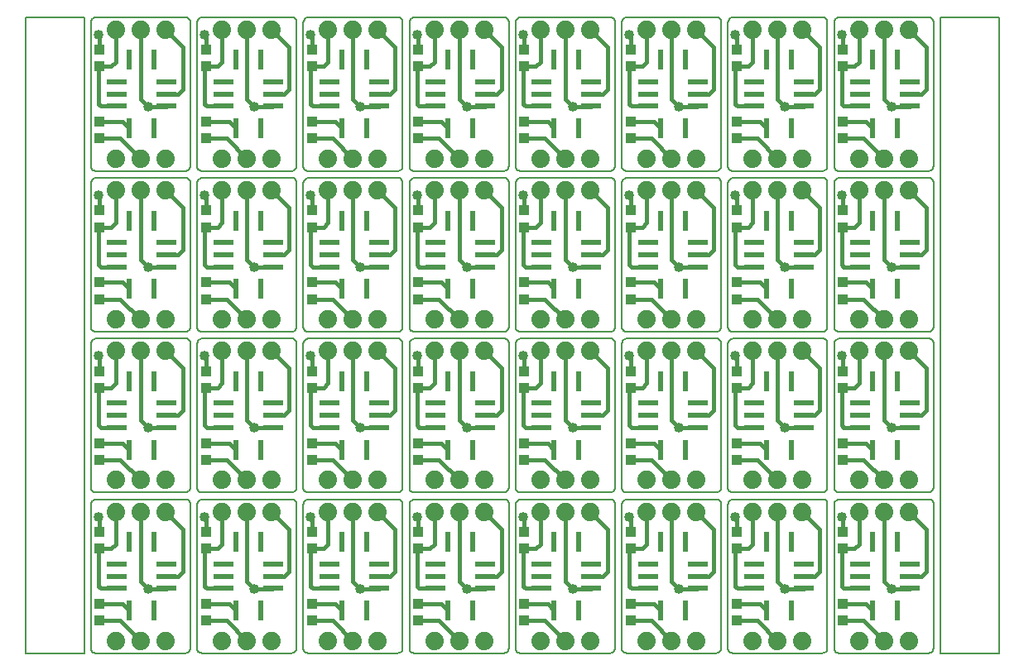
<source format=gtl>
G75*
%MOIN*%
%OFA0B0*%
%FSLAX24Y24*%
%IPPOS*%
%LPD*%
%AMOC8*
5,1,8,0,0,1.08239X$1,22.5*
%
%ADD10C,0.0080*%
%ADD11R,0.0394X0.0433*%
%ADD12C,0.0740*%
%ADD13R,0.0787X0.0236*%
%ADD14R,0.0236X0.0787*%
%ADD15C,0.0160*%
%ADD16C,0.0400*%
D10*
X000140Y000140D02*
X002502Y000140D01*
X002502Y025767D01*
X000140Y025767D01*
X000140Y000140D01*
X002778Y000323D02*
X002778Y006116D01*
X002777Y006116D02*
X002779Y006143D01*
X002784Y006170D01*
X002792Y006195D01*
X002803Y006220D01*
X002817Y006243D01*
X002833Y006265D01*
X002852Y006284D01*
X002874Y006300D01*
X002897Y006314D01*
X002922Y006325D01*
X002947Y006333D01*
X002974Y006338D01*
X003001Y006340D01*
X006595Y006340D01*
X006621Y006338D01*
X006647Y006333D01*
X006671Y006323D01*
X006694Y006311D01*
X006715Y006295D01*
X006733Y006277D01*
X006749Y006256D01*
X006761Y006233D01*
X006771Y006209D01*
X006776Y006183D01*
X006778Y006157D01*
X006778Y000340D01*
X006776Y000314D01*
X006771Y000288D01*
X006763Y000263D01*
X006751Y000240D01*
X006737Y000218D01*
X006719Y000199D01*
X006700Y000181D01*
X006678Y000167D01*
X006655Y000155D01*
X006630Y000147D01*
X006604Y000142D01*
X006578Y000140D01*
X002961Y000140D01*
X002935Y000142D01*
X002909Y000147D01*
X002885Y000157D01*
X002862Y000169D01*
X002841Y000185D01*
X002823Y000203D01*
X002807Y000224D01*
X002795Y000247D01*
X002785Y000271D01*
X002780Y000297D01*
X002778Y000323D01*
X007053Y000323D02*
X007053Y006116D01*
X007055Y006143D01*
X007060Y006170D01*
X007068Y006195D01*
X007079Y006220D01*
X007093Y006243D01*
X007109Y006265D01*
X007128Y006284D01*
X007150Y006300D01*
X007173Y006314D01*
X007198Y006325D01*
X007223Y006333D01*
X007250Y006338D01*
X007277Y006340D01*
X010871Y006340D01*
X010897Y006338D01*
X010923Y006333D01*
X010947Y006323D01*
X010970Y006311D01*
X010991Y006295D01*
X011009Y006277D01*
X011025Y006256D01*
X011037Y006233D01*
X011047Y006209D01*
X011052Y006183D01*
X011054Y006157D01*
X011053Y006157D02*
X011053Y000340D01*
X011051Y000314D01*
X011046Y000288D01*
X011038Y000263D01*
X011026Y000240D01*
X011012Y000218D01*
X010994Y000199D01*
X010975Y000181D01*
X010953Y000167D01*
X010930Y000155D01*
X010905Y000147D01*
X010879Y000142D01*
X010853Y000140D01*
X007236Y000140D01*
X007210Y000142D01*
X007184Y000147D01*
X007160Y000157D01*
X007137Y000169D01*
X007116Y000185D01*
X007098Y000203D01*
X007082Y000224D01*
X007070Y000247D01*
X007060Y000271D01*
X007055Y000297D01*
X007053Y000323D01*
X011329Y000323D02*
X011329Y006116D01*
X011331Y006143D01*
X011336Y006170D01*
X011344Y006195D01*
X011355Y006220D01*
X011369Y006243D01*
X011385Y006265D01*
X011404Y006284D01*
X011426Y006300D01*
X011449Y006314D01*
X011474Y006325D01*
X011499Y006333D01*
X011526Y006338D01*
X011553Y006340D01*
X015146Y006340D01*
X015172Y006338D01*
X015198Y006333D01*
X015222Y006323D01*
X015245Y006311D01*
X015266Y006295D01*
X015284Y006277D01*
X015300Y006256D01*
X015312Y006233D01*
X015322Y006209D01*
X015327Y006183D01*
X015329Y006157D01*
X015329Y000340D01*
X015327Y000314D01*
X015322Y000288D01*
X015314Y000263D01*
X015302Y000240D01*
X015288Y000218D01*
X015270Y000199D01*
X015251Y000181D01*
X015229Y000167D01*
X015206Y000155D01*
X015181Y000147D01*
X015155Y000142D01*
X015129Y000140D01*
X011512Y000140D01*
X011486Y000142D01*
X011460Y000147D01*
X011436Y000157D01*
X011413Y000169D01*
X011392Y000185D01*
X011374Y000203D01*
X011358Y000224D01*
X011346Y000247D01*
X011336Y000271D01*
X011331Y000297D01*
X011329Y000323D01*
X015605Y000323D02*
X015605Y006116D01*
X015604Y006116D02*
X015606Y006143D01*
X015611Y006170D01*
X015619Y006195D01*
X015630Y006220D01*
X015644Y006243D01*
X015660Y006265D01*
X015679Y006284D01*
X015701Y006300D01*
X015724Y006314D01*
X015749Y006325D01*
X015774Y006333D01*
X015801Y006338D01*
X015828Y006340D01*
X019422Y006340D01*
X019448Y006338D01*
X019474Y006333D01*
X019498Y006323D01*
X019521Y006311D01*
X019542Y006295D01*
X019560Y006277D01*
X019576Y006256D01*
X019588Y006233D01*
X019598Y006209D01*
X019603Y006183D01*
X019605Y006157D01*
X019605Y000340D01*
X019603Y000314D01*
X019598Y000288D01*
X019590Y000263D01*
X019578Y000240D01*
X019564Y000218D01*
X019546Y000199D01*
X019527Y000181D01*
X019505Y000167D01*
X019482Y000155D01*
X019457Y000147D01*
X019431Y000142D01*
X019405Y000140D01*
X015787Y000140D01*
X015761Y000142D01*
X015735Y000147D01*
X015711Y000157D01*
X015688Y000169D01*
X015667Y000185D01*
X015649Y000203D01*
X015633Y000224D01*
X015621Y000247D01*
X015611Y000271D01*
X015606Y000297D01*
X015604Y000323D01*
X019880Y000323D02*
X019880Y006116D01*
X019882Y006143D01*
X019887Y006170D01*
X019895Y006195D01*
X019906Y006220D01*
X019920Y006243D01*
X019936Y006265D01*
X019955Y006284D01*
X019977Y006300D01*
X020000Y006314D01*
X020025Y006325D01*
X020050Y006333D01*
X020077Y006338D01*
X020104Y006340D01*
X023697Y006340D01*
X023723Y006338D01*
X023749Y006333D01*
X023773Y006323D01*
X023796Y006311D01*
X023817Y006295D01*
X023835Y006277D01*
X023851Y006256D01*
X023863Y006233D01*
X023873Y006209D01*
X023878Y006183D01*
X023880Y006157D01*
X023880Y000340D01*
X023878Y000314D01*
X023873Y000288D01*
X023865Y000263D01*
X023853Y000240D01*
X023839Y000218D01*
X023821Y000199D01*
X023802Y000181D01*
X023780Y000167D01*
X023757Y000155D01*
X023732Y000147D01*
X023706Y000142D01*
X023680Y000140D01*
X020063Y000140D01*
X020037Y000142D01*
X020011Y000147D01*
X019987Y000157D01*
X019964Y000169D01*
X019943Y000185D01*
X019925Y000203D01*
X019909Y000224D01*
X019897Y000247D01*
X019887Y000271D01*
X019882Y000297D01*
X019880Y000323D01*
X024156Y000323D02*
X024156Y006116D01*
X024155Y006116D02*
X024157Y006143D01*
X024162Y006170D01*
X024170Y006195D01*
X024181Y006220D01*
X024195Y006243D01*
X024211Y006265D01*
X024230Y006284D01*
X024252Y006300D01*
X024275Y006314D01*
X024300Y006325D01*
X024325Y006333D01*
X024352Y006338D01*
X024379Y006340D01*
X027973Y006340D01*
X027999Y006338D01*
X028025Y006333D01*
X028049Y006323D01*
X028072Y006311D01*
X028093Y006295D01*
X028111Y006277D01*
X028127Y006256D01*
X028139Y006233D01*
X028149Y006209D01*
X028154Y006183D01*
X028156Y006157D01*
X028156Y000340D01*
X028154Y000314D01*
X028149Y000288D01*
X028141Y000263D01*
X028129Y000240D01*
X028115Y000218D01*
X028097Y000199D01*
X028078Y000181D01*
X028056Y000167D01*
X028033Y000155D01*
X028008Y000147D01*
X027982Y000142D01*
X027956Y000140D01*
X024339Y000140D01*
X024313Y000142D01*
X024287Y000147D01*
X024263Y000157D01*
X024240Y000169D01*
X024219Y000185D01*
X024201Y000203D01*
X024185Y000224D01*
X024173Y000247D01*
X024163Y000271D01*
X024158Y000297D01*
X024156Y000323D01*
X028431Y000323D02*
X028431Y006116D01*
X028433Y006143D01*
X028438Y006170D01*
X028446Y006195D01*
X028457Y006220D01*
X028471Y006243D01*
X028487Y006265D01*
X028506Y006284D01*
X028528Y006300D01*
X028551Y006314D01*
X028576Y006325D01*
X028601Y006333D01*
X028628Y006338D01*
X028655Y006340D01*
X032248Y006340D01*
X032274Y006338D01*
X032300Y006333D01*
X032324Y006323D01*
X032347Y006311D01*
X032368Y006295D01*
X032386Y006277D01*
X032402Y006256D01*
X032414Y006233D01*
X032424Y006209D01*
X032429Y006183D01*
X032431Y006157D01*
X032431Y000340D01*
X032429Y000314D01*
X032424Y000288D01*
X032416Y000263D01*
X032404Y000240D01*
X032390Y000218D01*
X032372Y000199D01*
X032353Y000181D01*
X032331Y000167D01*
X032308Y000155D01*
X032283Y000147D01*
X032257Y000142D01*
X032231Y000140D01*
X028614Y000140D01*
X028588Y000142D01*
X028562Y000147D01*
X028538Y000157D01*
X028515Y000169D01*
X028494Y000185D01*
X028476Y000203D01*
X028460Y000224D01*
X028448Y000247D01*
X028438Y000271D01*
X028433Y000297D01*
X028431Y000323D01*
X032707Y000323D02*
X032707Y006116D01*
X032709Y006143D01*
X032714Y006170D01*
X032722Y006195D01*
X032733Y006220D01*
X032747Y006243D01*
X032763Y006265D01*
X032782Y006284D01*
X032804Y006300D01*
X032827Y006314D01*
X032852Y006325D01*
X032877Y006333D01*
X032904Y006338D01*
X032931Y006340D01*
X036524Y006340D01*
X036550Y006338D01*
X036576Y006333D01*
X036600Y006323D01*
X036623Y006311D01*
X036644Y006295D01*
X036662Y006277D01*
X036678Y006256D01*
X036690Y006233D01*
X036700Y006209D01*
X036705Y006183D01*
X036707Y006157D01*
X036707Y000340D01*
X036705Y000314D01*
X036700Y000288D01*
X036692Y000263D01*
X036680Y000240D01*
X036666Y000218D01*
X036648Y000199D01*
X036629Y000181D01*
X036607Y000167D01*
X036584Y000155D01*
X036559Y000147D01*
X036533Y000142D01*
X036507Y000140D01*
X032890Y000140D01*
X032864Y000142D01*
X032838Y000147D01*
X032814Y000157D01*
X032791Y000169D01*
X032770Y000185D01*
X032752Y000203D01*
X032736Y000224D01*
X032724Y000247D01*
X032714Y000271D01*
X032709Y000297D01*
X032707Y000323D01*
X036983Y000140D02*
X039345Y000140D01*
X039345Y025767D01*
X036983Y025767D01*
X036983Y000140D01*
X036507Y006616D02*
X032890Y006616D01*
X032890Y006615D02*
X032864Y006617D01*
X032838Y006622D01*
X032814Y006632D01*
X032791Y006644D01*
X032770Y006660D01*
X032752Y006678D01*
X032736Y006699D01*
X032724Y006722D01*
X032714Y006746D01*
X032709Y006772D01*
X032707Y006798D01*
X032707Y012592D01*
X032709Y012619D01*
X032714Y012646D01*
X032722Y012671D01*
X032733Y012696D01*
X032747Y012719D01*
X032763Y012741D01*
X032782Y012760D01*
X032804Y012776D01*
X032827Y012790D01*
X032852Y012801D01*
X032877Y012809D01*
X032904Y012814D01*
X032931Y012816D01*
X036524Y012816D01*
X036550Y012814D01*
X036576Y012809D01*
X036600Y012799D01*
X036623Y012787D01*
X036644Y012771D01*
X036662Y012753D01*
X036678Y012732D01*
X036690Y012709D01*
X036700Y012685D01*
X036705Y012659D01*
X036707Y012633D01*
X036707Y006816D01*
X036705Y006790D01*
X036700Y006764D01*
X036692Y006739D01*
X036680Y006716D01*
X036666Y006694D01*
X036648Y006675D01*
X036629Y006657D01*
X036607Y006643D01*
X036584Y006631D01*
X036559Y006623D01*
X036533Y006618D01*
X036507Y006616D01*
X032431Y006816D02*
X032431Y012633D01*
X032429Y012659D01*
X032424Y012685D01*
X032414Y012709D01*
X032402Y012732D01*
X032386Y012753D01*
X032368Y012771D01*
X032347Y012787D01*
X032324Y012799D01*
X032300Y012809D01*
X032274Y012814D01*
X032248Y012816D01*
X028655Y012816D01*
X028628Y012814D01*
X028601Y012809D01*
X028576Y012801D01*
X028551Y012790D01*
X028528Y012776D01*
X028506Y012760D01*
X028487Y012741D01*
X028471Y012719D01*
X028457Y012696D01*
X028446Y012671D01*
X028438Y012646D01*
X028433Y012619D01*
X028431Y012592D01*
X028431Y006798D01*
X028433Y006772D01*
X028438Y006746D01*
X028448Y006722D01*
X028460Y006699D01*
X028476Y006678D01*
X028494Y006660D01*
X028515Y006644D01*
X028538Y006632D01*
X028562Y006622D01*
X028588Y006617D01*
X028614Y006615D01*
X028614Y006616D02*
X032231Y006616D01*
X032257Y006618D01*
X032283Y006623D01*
X032308Y006631D01*
X032331Y006643D01*
X032353Y006657D01*
X032372Y006675D01*
X032390Y006694D01*
X032404Y006716D01*
X032416Y006739D01*
X032424Y006764D01*
X032429Y006790D01*
X032431Y006816D01*
X028156Y006816D02*
X028156Y012633D01*
X028154Y012659D01*
X028149Y012685D01*
X028139Y012709D01*
X028127Y012732D01*
X028111Y012753D01*
X028093Y012771D01*
X028072Y012787D01*
X028049Y012799D01*
X028025Y012809D01*
X027999Y012814D01*
X027973Y012816D01*
X024379Y012816D01*
X024352Y012814D01*
X024325Y012809D01*
X024300Y012801D01*
X024275Y012790D01*
X024252Y012776D01*
X024230Y012760D01*
X024211Y012741D01*
X024195Y012719D01*
X024181Y012696D01*
X024170Y012671D01*
X024162Y012646D01*
X024157Y012619D01*
X024155Y012592D01*
X024156Y012592D02*
X024156Y006798D01*
X024158Y006772D01*
X024163Y006746D01*
X024173Y006722D01*
X024185Y006699D01*
X024201Y006678D01*
X024219Y006660D01*
X024240Y006644D01*
X024263Y006632D01*
X024287Y006622D01*
X024313Y006617D01*
X024339Y006615D01*
X024339Y006616D02*
X027956Y006616D01*
X027982Y006618D01*
X028008Y006623D01*
X028033Y006631D01*
X028056Y006643D01*
X028078Y006657D01*
X028097Y006675D01*
X028115Y006694D01*
X028129Y006716D01*
X028141Y006739D01*
X028149Y006764D01*
X028154Y006790D01*
X028156Y006816D01*
X023880Y006816D02*
X023880Y012633D01*
X023878Y012659D01*
X023873Y012685D01*
X023863Y012709D01*
X023851Y012732D01*
X023835Y012753D01*
X023817Y012771D01*
X023796Y012787D01*
X023773Y012799D01*
X023749Y012809D01*
X023723Y012814D01*
X023697Y012816D01*
X020104Y012816D01*
X020077Y012814D01*
X020050Y012809D01*
X020025Y012801D01*
X020000Y012790D01*
X019977Y012776D01*
X019955Y012760D01*
X019936Y012741D01*
X019920Y012719D01*
X019906Y012696D01*
X019895Y012671D01*
X019887Y012646D01*
X019882Y012619D01*
X019880Y012592D01*
X019880Y006798D01*
X019882Y006772D01*
X019887Y006746D01*
X019897Y006722D01*
X019909Y006699D01*
X019925Y006678D01*
X019943Y006660D01*
X019964Y006644D01*
X019987Y006632D01*
X020011Y006622D01*
X020037Y006617D01*
X020063Y006615D01*
X020063Y006616D02*
X023680Y006616D01*
X023706Y006618D01*
X023732Y006623D01*
X023757Y006631D01*
X023780Y006643D01*
X023802Y006657D01*
X023821Y006675D01*
X023839Y006694D01*
X023853Y006716D01*
X023865Y006739D01*
X023873Y006764D01*
X023878Y006790D01*
X023880Y006816D01*
X019605Y006816D02*
X019605Y012633D01*
X019603Y012659D01*
X019598Y012685D01*
X019588Y012709D01*
X019576Y012732D01*
X019560Y012753D01*
X019542Y012771D01*
X019521Y012787D01*
X019498Y012799D01*
X019474Y012809D01*
X019448Y012814D01*
X019422Y012816D01*
X015828Y012816D01*
X015801Y012814D01*
X015774Y012809D01*
X015749Y012801D01*
X015724Y012790D01*
X015701Y012776D01*
X015679Y012760D01*
X015660Y012741D01*
X015644Y012719D01*
X015630Y012696D01*
X015619Y012671D01*
X015611Y012646D01*
X015606Y012619D01*
X015604Y012592D01*
X015605Y012592D02*
X015605Y006798D01*
X015604Y006798D02*
X015606Y006772D01*
X015611Y006746D01*
X015621Y006722D01*
X015633Y006699D01*
X015649Y006678D01*
X015667Y006660D01*
X015688Y006644D01*
X015711Y006632D01*
X015735Y006622D01*
X015761Y006617D01*
X015787Y006615D01*
X015787Y006616D02*
X019405Y006616D01*
X019431Y006618D01*
X019457Y006623D01*
X019482Y006631D01*
X019505Y006643D01*
X019527Y006657D01*
X019546Y006675D01*
X019564Y006694D01*
X019578Y006716D01*
X019590Y006739D01*
X019598Y006764D01*
X019603Y006790D01*
X019605Y006816D01*
X015329Y006816D02*
X015329Y012633D01*
X015327Y012659D01*
X015322Y012685D01*
X015312Y012709D01*
X015300Y012732D01*
X015284Y012753D01*
X015266Y012771D01*
X015245Y012787D01*
X015222Y012799D01*
X015198Y012809D01*
X015172Y012814D01*
X015146Y012816D01*
X011553Y012816D01*
X011526Y012814D01*
X011499Y012809D01*
X011474Y012801D01*
X011449Y012790D01*
X011426Y012776D01*
X011404Y012760D01*
X011385Y012741D01*
X011369Y012719D01*
X011355Y012696D01*
X011344Y012671D01*
X011336Y012646D01*
X011331Y012619D01*
X011329Y012592D01*
X011329Y006798D01*
X011331Y006772D01*
X011336Y006746D01*
X011346Y006722D01*
X011358Y006699D01*
X011374Y006678D01*
X011392Y006660D01*
X011413Y006644D01*
X011436Y006632D01*
X011460Y006622D01*
X011486Y006617D01*
X011512Y006615D01*
X011512Y006616D02*
X015129Y006616D01*
X015155Y006618D01*
X015181Y006623D01*
X015206Y006631D01*
X015229Y006643D01*
X015251Y006657D01*
X015270Y006675D01*
X015288Y006694D01*
X015302Y006716D01*
X015314Y006739D01*
X015322Y006764D01*
X015327Y006790D01*
X015329Y006816D01*
X011053Y006816D02*
X011053Y012633D01*
X011054Y012633D02*
X011052Y012659D01*
X011047Y012685D01*
X011037Y012709D01*
X011025Y012732D01*
X011009Y012753D01*
X010991Y012771D01*
X010970Y012787D01*
X010947Y012799D01*
X010923Y012809D01*
X010897Y012814D01*
X010871Y012816D01*
X007277Y012816D01*
X007250Y012814D01*
X007223Y012809D01*
X007198Y012801D01*
X007173Y012790D01*
X007150Y012776D01*
X007128Y012760D01*
X007109Y012741D01*
X007093Y012719D01*
X007079Y012696D01*
X007068Y012671D01*
X007060Y012646D01*
X007055Y012619D01*
X007053Y012592D01*
X007053Y006798D01*
X007055Y006772D01*
X007060Y006746D01*
X007070Y006722D01*
X007082Y006699D01*
X007098Y006678D01*
X007116Y006660D01*
X007137Y006644D01*
X007160Y006632D01*
X007184Y006622D01*
X007210Y006617D01*
X007236Y006615D01*
X007236Y006616D02*
X010853Y006616D01*
X010879Y006618D01*
X010905Y006623D01*
X010930Y006631D01*
X010953Y006643D01*
X010975Y006657D01*
X010994Y006675D01*
X011012Y006694D01*
X011026Y006716D01*
X011038Y006739D01*
X011046Y006764D01*
X011051Y006790D01*
X011053Y006816D01*
X006778Y006816D02*
X006778Y012633D01*
X006776Y012659D01*
X006771Y012685D01*
X006761Y012709D01*
X006749Y012732D01*
X006733Y012753D01*
X006715Y012771D01*
X006694Y012787D01*
X006671Y012799D01*
X006647Y012809D01*
X006621Y012814D01*
X006595Y012816D01*
X003001Y012816D01*
X002974Y012814D01*
X002947Y012809D01*
X002922Y012801D01*
X002897Y012790D01*
X002874Y012776D01*
X002852Y012760D01*
X002833Y012741D01*
X002817Y012719D01*
X002803Y012696D01*
X002792Y012671D01*
X002784Y012646D01*
X002779Y012619D01*
X002777Y012592D01*
X002778Y012592D02*
X002778Y006798D01*
X002780Y006772D01*
X002785Y006746D01*
X002795Y006722D01*
X002807Y006699D01*
X002823Y006678D01*
X002841Y006660D01*
X002862Y006644D01*
X002885Y006632D01*
X002909Y006622D01*
X002935Y006617D01*
X002961Y006615D01*
X002961Y006616D02*
X006578Y006616D01*
X006604Y006618D01*
X006630Y006623D01*
X006655Y006631D01*
X006678Y006643D01*
X006700Y006657D01*
X006719Y006675D01*
X006737Y006694D01*
X006751Y006716D01*
X006763Y006739D01*
X006771Y006764D01*
X006776Y006790D01*
X006778Y006816D01*
X006578Y013091D02*
X002961Y013091D01*
X002935Y013093D01*
X002909Y013098D01*
X002885Y013108D01*
X002862Y013120D01*
X002841Y013136D01*
X002823Y013154D01*
X002807Y013175D01*
X002795Y013198D01*
X002785Y013222D01*
X002780Y013248D01*
X002778Y013274D01*
X002778Y019068D01*
X002777Y019068D02*
X002779Y019095D01*
X002784Y019122D01*
X002792Y019147D01*
X002803Y019172D01*
X002817Y019195D01*
X002833Y019217D01*
X002852Y019236D01*
X002874Y019252D01*
X002897Y019266D01*
X002922Y019277D01*
X002947Y019285D01*
X002974Y019290D01*
X003001Y019292D01*
X003001Y019291D02*
X006595Y019291D01*
X006621Y019289D01*
X006647Y019284D01*
X006671Y019274D01*
X006694Y019262D01*
X006715Y019246D01*
X006733Y019228D01*
X006749Y019207D01*
X006761Y019184D01*
X006771Y019160D01*
X006776Y019134D01*
X006778Y019108D01*
X006778Y013291D01*
X006776Y013265D01*
X006771Y013239D01*
X006763Y013214D01*
X006751Y013191D01*
X006737Y013169D01*
X006719Y013150D01*
X006700Y013132D01*
X006678Y013118D01*
X006655Y013106D01*
X006630Y013098D01*
X006604Y013093D01*
X006578Y013091D01*
X007053Y013274D02*
X007053Y019068D01*
X007055Y019095D01*
X007060Y019122D01*
X007068Y019147D01*
X007079Y019172D01*
X007093Y019195D01*
X007109Y019217D01*
X007128Y019236D01*
X007150Y019252D01*
X007173Y019266D01*
X007198Y019277D01*
X007223Y019285D01*
X007250Y019290D01*
X007277Y019292D01*
X007277Y019291D02*
X010871Y019291D01*
X010897Y019289D01*
X010923Y019284D01*
X010947Y019274D01*
X010970Y019262D01*
X010991Y019246D01*
X011009Y019228D01*
X011025Y019207D01*
X011037Y019184D01*
X011047Y019160D01*
X011052Y019134D01*
X011054Y019108D01*
X011053Y019108D02*
X011053Y013291D01*
X011051Y013265D01*
X011046Y013239D01*
X011038Y013214D01*
X011026Y013191D01*
X011012Y013169D01*
X010994Y013150D01*
X010975Y013132D01*
X010953Y013118D01*
X010930Y013106D01*
X010905Y013098D01*
X010879Y013093D01*
X010853Y013091D01*
X007236Y013091D01*
X007210Y013093D01*
X007184Y013098D01*
X007160Y013108D01*
X007137Y013120D01*
X007116Y013136D01*
X007098Y013154D01*
X007082Y013175D01*
X007070Y013198D01*
X007060Y013222D01*
X007055Y013248D01*
X007053Y013274D01*
X011329Y013274D02*
X011329Y019068D01*
X011331Y019095D01*
X011336Y019122D01*
X011344Y019147D01*
X011355Y019172D01*
X011369Y019195D01*
X011385Y019217D01*
X011404Y019236D01*
X011426Y019252D01*
X011449Y019266D01*
X011474Y019277D01*
X011499Y019285D01*
X011526Y019290D01*
X011553Y019292D01*
X011553Y019291D02*
X015146Y019291D01*
X015172Y019289D01*
X015198Y019284D01*
X015222Y019274D01*
X015245Y019262D01*
X015266Y019246D01*
X015284Y019228D01*
X015300Y019207D01*
X015312Y019184D01*
X015322Y019160D01*
X015327Y019134D01*
X015329Y019108D01*
X015329Y013291D01*
X015327Y013265D01*
X015322Y013239D01*
X015314Y013214D01*
X015302Y013191D01*
X015288Y013169D01*
X015270Y013150D01*
X015251Y013132D01*
X015229Y013118D01*
X015206Y013106D01*
X015181Y013098D01*
X015155Y013093D01*
X015129Y013091D01*
X011512Y013091D01*
X011486Y013093D01*
X011460Y013098D01*
X011436Y013108D01*
X011413Y013120D01*
X011392Y013136D01*
X011374Y013154D01*
X011358Y013175D01*
X011346Y013198D01*
X011336Y013222D01*
X011331Y013248D01*
X011329Y013274D01*
X015605Y013274D02*
X015605Y019068D01*
X015604Y019068D02*
X015606Y019095D01*
X015611Y019122D01*
X015619Y019147D01*
X015630Y019172D01*
X015644Y019195D01*
X015660Y019217D01*
X015679Y019236D01*
X015701Y019252D01*
X015724Y019266D01*
X015749Y019277D01*
X015774Y019285D01*
X015801Y019290D01*
X015828Y019292D01*
X015828Y019291D02*
X019422Y019291D01*
X019448Y019289D01*
X019474Y019284D01*
X019498Y019274D01*
X019521Y019262D01*
X019542Y019246D01*
X019560Y019228D01*
X019576Y019207D01*
X019588Y019184D01*
X019598Y019160D01*
X019603Y019134D01*
X019605Y019108D01*
X019605Y013291D01*
X019603Y013265D01*
X019598Y013239D01*
X019590Y013214D01*
X019578Y013191D01*
X019564Y013169D01*
X019546Y013150D01*
X019527Y013132D01*
X019505Y013118D01*
X019482Y013106D01*
X019457Y013098D01*
X019431Y013093D01*
X019405Y013091D01*
X015787Y013091D01*
X015761Y013093D01*
X015735Y013098D01*
X015711Y013108D01*
X015688Y013120D01*
X015667Y013136D01*
X015649Y013154D01*
X015633Y013175D01*
X015621Y013198D01*
X015611Y013222D01*
X015606Y013248D01*
X015604Y013274D01*
X019880Y013274D02*
X019880Y019068D01*
X019882Y019095D01*
X019887Y019122D01*
X019895Y019147D01*
X019906Y019172D01*
X019920Y019195D01*
X019936Y019217D01*
X019955Y019236D01*
X019977Y019252D01*
X020000Y019266D01*
X020025Y019277D01*
X020050Y019285D01*
X020077Y019290D01*
X020104Y019292D01*
X020104Y019291D02*
X023697Y019291D01*
X023723Y019289D01*
X023749Y019284D01*
X023773Y019274D01*
X023796Y019262D01*
X023817Y019246D01*
X023835Y019228D01*
X023851Y019207D01*
X023863Y019184D01*
X023873Y019160D01*
X023878Y019134D01*
X023880Y019108D01*
X023880Y013291D01*
X023878Y013265D01*
X023873Y013239D01*
X023865Y013214D01*
X023853Y013191D01*
X023839Y013169D01*
X023821Y013150D01*
X023802Y013132D01*
X023780Y013118D01*
X023757Y013106D01*
X023732Y013098D01*
X023706Y013093D01*
X023680Y013091D01*
X020063Y013091D01*
X020037Y013093D01*
X020011Y013098D01*
X019987Y013108D01*
X019964Y013120D01*
X019943Y013136D01*
X019925Y013154D01*
X019909Y013175D01*
X019897Y013198D01*
X019887Y013222D01*
X019882Y013248D01*
X019880Y013274D01*
X024156Y013274D02*
X024156Y019068D01*
X024155Y019068D02*
X024157Y019095D01*
X024162Y019122D01*
X024170Y019147D01*
X024181Y019172D01*
X024195Y019195D01*
X024211Y019217D01*
X024230Y019236D01*
X024252Y019252D01*
X024275Y019266D01*
X024300Y019277D01*
X024325Y019285D01*
X024352Y019290D01*
X024379Y019292D01*
X024379Y019291D02*
X027973Y019291D01*
X027999Y019289D01*
X028025Y019284D01*
X028049Y019274D01*
X028072Y019262D01*
X028093Y019246D01*
X028111Y019228D01*
X028127Y019207D01*
X028139Y019184D01*
X028149Y019160D01*
X028154Y019134D01*
X028156Y019108D01*
X028156Y013291D01*
X028154Y013265D01*
X028149Y013239D01*
X028141Y013214D01*
X028129Y013191D01*
X028115Y013169D01*
X028097Y013150D01*
X028078Y013132D01*
X028056Y013118D01*
X028033Y013106D01*
X028008Y013098D01*
X027982Y013093D01*
X027956Y013091D01*
X024339Y013091D01*
X024313Y013093D01*
X024287Y013098D01*
X024263Y013108D01*
X024240Y013120D01*
X024219Y013136D01*
X024201Y013154D01*
X024185Y013175D01*
X024173Y013198D01*
X024163Y013222D01*
X024158Y013248D01*
X024156Y013274D01*
X028431Y013274D02*
X028431Y019068D01*
X028433Y019095D01*
X028438Y019122D01*
X028446Y019147D01*
X028457Y019172D01*
X028471Y019195D01*
X028487Y019217D01*
X028506Y019236D01*
X028528Y019252D01*
X028551Y019266D01*
X028576Y019277D01*
X028601Y019285D01*
X028628Y019290D01*
X028655Y019292D01*
X028655Y019291D02*
X032248Y019291D01*
X032274Y019289D01*
X032300Y019284D01*
X032324Y019274D01*
X032347Y019262D01*
X032368Y019246D01*
X032386Y019228D01*
X032402Y019207D01*
X032414Y019184D01*
X032424Y019160D01*
X032429Y019134D01*
X032431Y019108D01*
X032431Y013291D01*
X032429Y013265D01*
X032424Y013239D01*
X032416Y013214D01*
X032404Y013191D01*
X032390Y013169D01*
X032372Y013150D01*
X032353Y013132D01*
X032331Y013118D01*
X032308Y013106D01*
X032283Y013098D01*
X032257Y013093D01*
X032231Y013091D01*
X028614Y013091D01*
X028588Y013093D01*
X028562Y013098D01*
X028538Y013108D01*
X028515Y013120D01*
X028494Y013136D01*
X028476Y013154D01*
X028460Y013175D01*
X028448Y013198D01*
X028438Y013222D01*
X028433Y013248D01*
X028431Y013274D01*
X032707Y013274D02*
X032707Y019068D01*
X032709Y019095D01*
X032714Y019122D01*
X032722Y019147D01*
X032733Y019172D01*
X032747Y019195D01*
X032763Y019217D01*
X032782Y019236D01*
X032804Y019252D01*
X032827Y019266D01*
X032852Y019277D01*
X032877Y019285D01*
X032904Y019290D01*
X032931Y019292D01*
X032931Y019291D02*
X036524Y019291D01*
X036550Y019289D01*
X036576Y019284D01*
X036600Y019274D01*
X036623Y019262D01*
X036644Y019246D01*
X036662Y019228D01*
X036678Y019207D01*
X036690Y019184D01*
X036700Y019160D01*
X036705Y019134D01*
X036707Y019108D01*
X036707Y013291D01*
X036705Y013265D01*
X036700Y013239D01*
X036692Y013214D01*
X036680Y013191D01*
X036666Y013169D01*
X036648Y013150D01*
X036629Y013132D01*
X036607Y013118D01*
X036584Y013106D01*
X036559Y013098D01*
X036533Y013093D01*
X036507Y013091D01*
X032890Y013091D01*
X032864Y013093D01*
X032838Y013098D01*
X032814Y013108D01*
X032791Y013120D01*
X032770Y013136D01*
X032752Y013154D01*
X032736Y013175D01*
X032724Y013198D01*
X032714Y013222D01*
X032709Y013248D01*
X032707Y013274D01*
X032890Y019567D02*
X036507Y019567D01*
X036533Y019569D01*
X036559Y019574D01*
X036584Y019582D01*
X036607Y019594D01*
X036629Y019608D01*
X036648Y019626D01*
X036666Y019645D01*
X036680Y019667D01*
X036692Y019690D01*
X036700Y019715D01*
X036705Y019741D01*
X036707Y019767D01*
X036707Y025584D01*
X036705Y025610D01*
X036700Y025636D01*
X036690Y025660D01*
X036678Y025683D01*
X036662Y025704D01*
X036644Y025722D01*
X036623Y025738D01*
X036600Y025750D01*
X036576Y025760D01*
X036550Y025765D01*
X036524Y025767D01*
X032931Y025767D01*
X032904Y025765D01*
X032877Y025760D01*
X032852Y025752D01*
X032827Y025741D01*
X032804Y025727D01*
X032782Y025711D01*
X032763Y025692D01*
X032747Y025670D01*
X032733Y025647D01*
X032722Y025622D01*
X032714Y025597D01*
X032709Y025570D01*
X032707Y025543D01*
X032707Y019750D01*
X032709Y019724D01*
X032714Y019698D01*
X032724Y019674D01*
X032736Y019651D01*
X032752Y019630D01*
X032770Y019612D01*
X032791Y019596D01*
X032814Y019584D01*
X032838Y019574D01*
X032864Y019569D01*
X032890Y019567D01*
X032431Y019767D02*
X032431Y025584D01*
X032429Y025610D01*
X032424Y025636D01*
X032414Y025660D01*
X032402Y025683D01*
X032386Y025704D01*
X032368Y025722D01*
X032347Y025738D01*
X032324Y025750D01*
X032300Y025760D01*
X032274Y025765D01*
X032248Y025767D01*
X028655Y025767D01*
X028628Y025765D01*
X028601Y025760D01*
X028576Y025752D01*
X028551Y025741D01*
X028528Y025727D01*
X028506Y025711D01*
X028487Y025692D01*
X028471Y025670D01*
X028457Y025647D01*
X028446Y025622D01*
X028438Y025597D01*
X028433Y025570D01*
X028431Y025543D01*
X028431Y019750D01*
X028433Y019724D01*
X028438Y019698D01*
X028448Y019674D01*
X028460Y019651D01*
X028476Y019630D01*
X028494Y019612D01*
X028515Y019596D01*
X028538Y019584D01*
X028562Y019574D01*
X028588Y019569D01*
X028614Y019567D01*
X032231Y019567D01*
X032257Y019569D01*
X032283Y019574D01*
X032308Y019582D01*
X032331Y019594D01*
X032353Y019608D01*
X032372Y019626D01*
X032390Y019645D01*
X032404Y019667D01*
X032416Y019690D01*
X032424Y019715D01*
X032429Y019741D01*
X032431Y019767D01*
X028156Y019767D02*
X028156Y025584D01*
X028154Y025610D01*
X028149Y025636D01*
X028139Y025660D01*
X028127Y025683D01*
X028111Y025704D01*
X028093Y025722D01*
X028072Y025738D01*
X028049Y025750D01*
X028025Y025760D01*
X027999Y025765D01*
X027973Y025767D01*
X024379Y025767D01*
X024352Y025765D01*
X024325Y025760D01*
X024300Y025752D01*
X024275Y025741D01*
X024252Y025727D01*
X024230Y025711D01*
X024211Y025692D01*
X024195Y025670D01*
X024181Y025647D01*
X024170Y025622D01*
X024162Y025597D01*
X024157Y025570D01*
X024155Y025543D01*
X024156Y025543D02*
X024156Y019750D01*
X024158Y019724D01*
X024163Y019698D01*
X024173Y019674D01*
X024185Y019651D01*
X024201Y019630D01*
X024219Y019612D01*
X024240Y019596D01*
X024263Y019584D01*
X024287Y019574D01*
X024313Y019569D01*
X024339Y019567D01*
X027956Y019567D01*
X027982Y019569D01*
X028008Y019574D01*
X028033Y019582D01*
X028056Y019594D01*
X028078Y019608D01*
X028097Y019626D01*
X028115Y019645D01*
X028129Y019667D01*
X028141Y019690D01*
X028149Y019715D01*
X028154Y019741D01*
X028156Y019767D01*
X023880Y019767D02*
X023880Y025584D01*
X023878Y025610D01*
X023873Y025636D01*
X023863Y025660D01*
X023851Y025683D01*
X023835Y025704D01*
X023817Y025722D01*
X023796Y025738D01*
X023773Y025750D01*
X023749Y025760D01*
X023723Y025765D01*
X023697Y025767D01*
X020104Y025767D01*
X020077Y025765D01*
X020050Y025760D01*
X020025Y025752D01*
X020000Y025741D01*
X019977Y025727D01*
X019955Y025711D01*
X019936Y025692D01*
X019920Y025670D01*
X019906Y025647D01*
X019895Y025622D01*
X019887Y025597D01*
X019882Y025570D01*
X019880Y025543D01*
X019880Y019750D01*
X019882Y019724D01*
X019887Y019698D01*
X019897Y019674D01*
X019909Y019651D01*
X019925Y019630D01*
X019943Y019612D01*
X019964Y019596D01*
X019987Y019584D01*
X020011Y019574D01*
X020037Y019569D01*
X020063Y019567D01*
X023680Y019567D01*
X023706Y019569D01*
X023732Y019574D01*
X023757Y019582D01*
X023780Y019594D01*
X023802Y019608D01*
X023821Y019626D01*
X023839Y019645D01*
X023853Y019667D01*
X023865Y019690D01*
X023873Y019715D01*
X023878Y019741D01*
X023880Y019767D01*
X019605Y019767D02*
X019605Y025584D01*
X019603Y025610D01*
X019598Y025636D01*
X019588Y025660D01*
X019576Y025683D01*
X019560Y025704D01*
X019542Y025722D01*
X019521Y025738D01*
X019498Y025750D01*
X019474Y025760D01*
X019448Y025765D01*
X019422Y025767D01*
X015828Y025767D01*
X015801Y025765D01*
X015774Y025760D01*
X015749Y025752D01*
X015724Y025741D01*
X015701Y025727D01*
X015679Y025711D01*
X015660Y025692D01*
X015644Y025670D01*
X015630Y025647D01*
X015619Y025622D01*
X015611Y025597D01*
X015606Y025570D01*
X015604Y025543D01*
X015605Y025543D02*
X015605Y019750D01*
X015604Y019750D02*
X015606Y019724D01*
X015611Y019698D01*
X015621Y019674D01*
X015633Y019651D01*
X015649Y019630D01*
X015667Y019612D01*
X015688Y019596D01*
X015711Y019584D01*
X015735Y019574D01*
X015761Y019569D01*
X015787Y019567D01*
X019405Y019567D01*
X019431Y019569D01*
X019457Y019574D01*
X019482Y019582D01*
X019505Y019594D01*
X019527Y019608D01*
X019546Y019626D01*
X019564Y019645D01*
X019578Y019667D01*
X019590Y019690D01*
X019598Y019715D01*
X019603Y019741D01*
X019605Y019767D01*
X015329Y019767D02*
X015329Y025584D01*
X015327Y025610D01*
X015322Y025636D01*
X015312Y025660D01*
X015300Y025683D01*
X015284Y025704D01*
X015266Y025722D01*
X015245Y025738D01*
X015222Y025750D01*
X015198Y025760D01*
X015172Y025765D01*
X015146Y025767D01*
X011553Y025767D01*
X011526Y025765D01*
X011499Y025760D01*
X011474Y025752D01*
X011449Y025741D01*
X011426Y025727D01*
X011404Y025711D01*
X011385Y025692D01*
X011369Y025670D01*
X011355Y025647D01*
X011344Y025622D01*
X011336Y025597D01*
X011331Y025570D01*
X011329Y025543D01*
X011329Y019750D01*
X011331Y019724D01*
X011336Y019698D01*
X011346Y019674D01*
X011358Y019651D01*
X011374Y019630D01*
X011392Y019612D01*
X011413Y019596D01*
X011436Y019584D01*
X011460Y019574D01*
X011486Y019569D01*
X011512Y019567D01*
X015129Y019567D01*
X015155Y019569D01*
X015181Y019574D01*
X015206Y019582D01*
X015229Y019594D01*
X015251Y019608D01*
X015270Y019626D01*
X015288Y019645D01*
X015302Y019667D01*
X015314Y019690D01*
X015322Y019715D01*
X015327Y019741D01*
X015329Y019767D01*
X011053Y019767D02*
X011053Y025584D01*
X011054Y025584D02*
X011052Y025610D01*
X011047Y025636D01*
X011037Y025660D01*
X011025Y025683D01*
X011009Y025704D01*
X010991Y025722D01*
X010970Y025738D01*
X010947Y025750D01*
X010923Y025760D01*
X010897Y025765D01*
X010871Y025767D01*
X007277Y025767D01*
X007250Y025765D01*
X007223Y025760D01*
X007198Y025752D01*
X007173Y025741D01*
X007150Y025727D01*
X007128Y025711D01*
X007109Y025692D01*
X007093Y025670D01*
X007079Y025647D01*
X007068Y025622D01*
X007060Y025597D01*
X007055Y025570D01*
X007053Y025543D01*
X007053Y019750D01*
X007055Y019724D01*
X007060Y019698D01*
X007070Y019674D01*
X007082Y019651D01*
X007098Y019630D01*
X007116Y019612D01*
X007137Y019596D01*
X007160Y019584D01*
X007184Y019574D01*
X007210Y019569D01*
X007236Y019567D01*
X010853Y019567D01*
X010879Y019569D01*
X010905Y019574D01*
X010930Y019582D01*
X010953Y019594D01*
X010975Y019608D01*
X010994Y019626D01*
X011012Y019645D01*
X011026Y019667D01*
X011038Y019690D01*
X011046Y019715D01*
X011051Y019741D01*
X011053Y019767D01*
X006778Y019767D02*
X006778Y025584D01*
X006776Y025610D01*
X006771Y025636D01*
X006761Y025660D01*
X006749Y025683D01*
X006733Y025704D01*
X006715Y025722D01*
X006694Y025738D01*
X006671Y025750D01*
X006647Y025760D01*
X006621Y025765D01*
X006595Y025767D01*
X003001Y025767D01*
X002974Y025765D01*
X002947Y025760D01*
X002922Y025752D01*
X002897Y025741D01*
X002874Y025727D01*
X002852Y025711D01*
X002833Y025692D01*
X002817Y025670D01*
X002803Y025647D01*
X002792Y025622D01*
X002784Y025597D01*
X002779Y025570D01*
X002777Y025543D01*
X002778Y025543D02*
X002778Y019750D01*
X002780Y019724D01*
X002785Y019698D01*
X002795Y019674D01*
X002807Y019651D01*
X002823Y019630D01*
X002841Y019612D01*
X002862Y019596D01*
X002885Y019584D01*
X002909Y019574D01*
X002935Y019569D01*
X002961Y019567D01*
X006578Y019567D01*
X006604Y019569D01*
X006630Y019574D01*
X006655Y019582D01*
X006678Y019594D01*
X006700Y019608D01*
X006719Y019626D01*
X006737Y019645D01*
X006751Y019667D01*
X006763Y019690D01*
X006771Y019715D01*
X006776Y019741D01*
X006778Y019767D01*
D11*
X007403Y020882D03*
X007403Y021551D03*
X007403Y023782D03*
X007403Y024451D03*
X003128Y024451D03*
X003128Y023782D03*
X003128Y021551D03*
X003128Y020882D03*
X003128Y017976D03*
X003128Y017307D03*
X003128Y015076D03*
X003128Y014407D03*
X003128Y011500D03*
X003128Y010831D03*
X003128Y008600D03*
X003128Y007931D03*
X003128Y005025D03*
X003128Y004355D03*
X003128Y002125D03*
X003128Y001455D03*
X007403Y001455D03*
X007403Y002125D03*
X007403Y004355D03*
X007403Y005025D03*
X007403Y007931D03*
X007403Y008600D03*
X007403Y010831D03*
X007403Y011500D03*
X007403Y014407D03*
X007403Y015076D03*
X007403Y017307D03*
X007403Y017976D03*
X011679Y017976D03*
X011679Y017307D03*
X011679Y015076D03*
X011679Y014407D03*
X011679Y011500D03*
X011679Y010831D03*
X011679Y008600D03*
X011679Y007931D03*
X011679Y005025D03*
X011679Y004355D03*
X011679Y002125D03*
X011679Y001455D03*
X015955Y001455D03*
X015955Y002125D03*
X015955Y004355D03*
X015955Y005025D03*
X015955Y007931D03*
X015955Y008600D03*
X015955Y010831D03*
X015955Y011500D03*
X015955Y014407D03*
X015955Y015076D03*
X015955Y017307D03*
X015955Y017976D03*
X015955Y020882D03*
X015955Y021551D03*
X015955Y023782D03*
X015955Y024451D03*
X020230Y024451D03*
X020230Y023782D03*
X020230Y021551D03*
X020230Y020882D03*
X020230Y017976D03*
X020230Y017307D03*
X020230Y015076D03*
X020230Y014407D03*
X020230Y011500D03*
X020230Y010831D03*
X020230Y008600D03*
X020230Y007931D03*
X020230Y005025D03*
X020230Y004355D03*
X020230Y002125D03*
X020230Y001455D03*
X024506Y001455D03*
X024506Y002125D03*
X024506Y004355D03*
X024506Y005025D03*
X028781Y005025D03*
X028781Y004355D03*
X028781Y002125D03*
X028781Y001455D03*
X033057Y001455D03*
X033057Y002125D03*
X033057Y004355D03*
X033057Y005025D03*
X033057Y007931D03*
X033057Y008600D03*
X033057Y010831D03*
X033057Y011500D03*
X033057Y014407D03*
X033057Y015076D03*
X033057Y017307D03*
X033057Y017976D03*
X033057Y020882D03*
X033057Y021551D03*
X033057Y023782D03*
X033057Y024451D03*
X028781Y024451D03*
X028781Y023782D03*
X028781Y021551D03*
X028781Y020882D03*
X024506Y020882D03*
X024506Y021551D03*
X024506Y023782D03*
X024506Y024451D03*
X024506Y017976D03*
X024506Y017307D03*
X024506Y015076D03*
X024506Y014407D03*
X028781Y014407D03*
X028781Y015076D03*
X028781Y017307D03*
X028781Y017976D03*
X028781Y011500D03*
X028781Y010831D03*
X028781Y008600D03*
X028781Y007931D03*
X024506Y007931D03*
X024506Y008600D03*
X024506Y010831D03*
X024506Y011500D03*
X011679Y020882D03*
X011679Y021551D03*
X011679Y023782D03*
X011679Y024451D03*
D12*
X012329Y025267D03*
X013329Y025267D03*
X014329Y025267D03*
X016605Y025267D03*
X017605Y025267D03*
X018605Y025267D03*
X020880Y025267D03*
X021880Y025267D03*
X022880Y025267D03*
X025156Y025267D03*
X026156Y025267D03*
X027156Y025267D03*
X029431Y025267D03*
X030431Y025267D03*
X031431Y025267D03*
X033707Y025267D03*
X034707Y025267D03*
X035707Y025267D03*
X035707Y020067D03*
X034707Y020067D03*
X033707Y020067D03*
X033707Y018791D03*
X034707Y018791D03*
X035707Y018791D03*
X031431Y018791D03*
X030431Y018791D03*
X029431Y018791D03*
X029431Y020067D03*
X030431Y020067D03*
X031431Y020067D03*
X027156Y020067D03*
X026156Y020067D03*
X025156Y020067D03*
X025156Y018791D03*
X026156Y018791D03*
X027156Y018791D03*
X022880Y018791D03*
X021880Y018791D03*
X020880Y018791D03*
X020880Y020067D03*
X021880Y020067D03*
X022880Y020067D03*
X018605Y020067D03*
X017605Y020067D03*
X016605Y020067D03*
X016605Y018791D03*
X017605Y018791D03*
X018605Y018791D03*
X014329Y018791D03*
X013329Y018791D03*
X012329Y018791D03*
X012329Y020067D03*
X013329Y020067D03*
X014329Y020067D03*
X010053Y020067D03*
X009053Y020067D03*
X008053Y020067D03*
X008053Y018791D03*
X009053Y018791D03*
X010053Y018791D03*
X005778Y018791D03*
X004778Y018791D03*
X003778Y018791D03*
X003778Y020067D03*
X004778Y020067D03*
X005778Y020067D03*
X005778Y025267D03*
X004778Y025267D03*
X003778Y025267D03*
X008053Y025267D03*
X009053Y025267D03*
X010053Y025267D03*
X010053Y013591D03*
X009053Y013591D03*
X008053Y013591D03*
X008053Y012316D03*
X009053Y012316D03*
X010053Y012316D03*
X012329Y012316D03*
X013329Y012316D03*
X014329Y012316D03*
X014329Y013591D03*
X013329Y013591D03*
X012329Y013591D03*
X016605Y013591D03*
X017605Y013591D03*
X018605Y013591D03*
X018605Y012316D03*
X017605Y012316D03*
X016605Y012316D03*
X020880Y012316D03*
X021880Y012316D03*
X022880Y012316D03*
X022880Y013591D03*
X021880Y013591D03*
X020880Y013591D03*
X025156Y013591D03*
X026156Y013591D03*
X027156Y013591D03*
X027156Y012316D03*
X026156Y012316D03*
X025156Y012316D03*
X029431Y012316D03*
X030431Y012316D03*
X031431Y012316D03*
X031431Y013591D03*
X030431Y013591D03*
X029431Y013591D03*
X033707Y013591D03*
X034707Y013591D03*
X035707Y013591D03*
X035707Y012316D03*
X034707Y012316D03*
X033707Y012316D03*
X033707Y007116D03*
X034707Y007116D03*
X035707Y007116D03*
X035707Y005840D03*
X034707Y005840D03*
X033707Y005840D03*
X031431Y005840D03*
X030431Y005840D03*
X029431Y005840D03*
X029431Y007116D03*
X030431Y007116D03*
X031431Y007116D03*
X027156Y007116D03*
X026156Y007116D03*
X025156Y007116D03*
X025156Y005840D03*
X026156Y005840D03*
X027156Y005840D03*
X022880Y005840D03*
X021880Y005840D03*
X020880Y005840D03*
X020880Y007116D03*
X021880Y007116D03*
X022880Y007116D03*
X018605Y007116D03*
X017605Y007116D03*
X016605Y007116D03*
X016605Y005840D03*
X017605Y005840D03*
X018605Y005840D03*
X014329Y005840D03*
X013329Y005840D03*
X012329Y005840D03*
X012329Y007116D03*
X013329Y007116D03*
X014329Y007116D03*
X010053Y007116D03*
X009053Y007116D03*
X008053Y007116D03*
X008053Y005840D03*
X009053Y005840D03*
X010053Y005840D03*
X005778Y005840D03*
X004778Y005840D03*
X003778Y005840D03*
X003778Y007116D03*
X004778Y007116D03*
X005778Y007116D03*
X005778Y012316D03*
X004778Y012316D03*
X003778Y012316D03*
X003778Y013591D03*
X004778Y013591D03*
X005778Y013591D03*
X005778Y000640D03*
X004778Y000640D03*
X003778Y000640D03*
X008053Y000640D03*
X009053Y000640D03*
X010053Y000640D03*
X012329Y000640D03*
X013329Y000640D03*
X014329Y000640D03*
X016605Y000640D03*
X017605Y000640D03*
X018605Y000640D03*
X020880Y000640D03*
X021880Y000640D03*
X022880Y000640D03*
X025156Y000640D03*
X026156Y000640D03*
X027156Y000640D03*
X029431Y000640D03*
X030431Y000640D03*
X031431Y000640D03*
X033707Y000640D03*
X034707Y000640D03*
X035707Y000640D03*
D13*
X035757Y002748D03*
X035757Y003240D03*
X035757Y003732D03*
X033757Y003732D03*
X033757Y003240D03*
X033757Y002748D03*
X031481Y002748D03*
X031481Y003240D03*
X031481Y003732D03*
X029481Y003732D03*
X029481Y003240D03*
X029481Y002748D03*
X027206Y002748D03*
X027206Y003240D03*
X027206Y003732D03*
X025206Y003732D03*
X025206Y003240D03*
X025206Y002748D03*
X022930Y002748D03*
X022930Y003240D03*
X022930Y003732D03*
X020930Y003732D03*
X020930Y003240D03*
X020930Y002748D03*
X018655Y002748D03*
X018655Y003240D03*
X018655Y003732D03*
X016655Y003732D03*
X016655Y003240D03*
X016655Y002748D03*
X014379Y002748D03*
X014379Y003240D03*
X014379Y003732D03*
X012379Y003732D03*
X012379Y003240D03*
X012379Y002748D03*
X010103Y002748D03*
X010103Y003240D03*
X010103Y003732D03*
X008103Y003732D03*
X008103Y003240D03*
X008103Y002748D03*
X005828Y002748D03*
X005828Y003240D03*
X005828Y003732D03*
X003828Y003732D03*
X003828Y003240D03*
X003828Y002748D03*
X003828Y009223D03*
X003828Y009716D03*
X003828Y010208D03*
X005828Y010208D03*
X005828Y009716D03*
X005828Y009223D03*
X008103Y009223D03*
X008103Y009716D03*
X008103Y010208D03*
X010103Y010208D03*
X010103Y009716D03*
X010103Y009223D03*
X012379Y009223D03*
X012379Y009716D03*
X012379Y010208D03*
X014379Y010208D03*
X014379Y009716D03*
X014379Y009223D03*
X016655Y009223D03*
X016655Y009716D03*
X016655Y010208D03*
X018655Y010208D03*
X018655Y009716D03*
X018655Y009223D03*
X020930Y009223D03*
X020930Y009716D03*
X020930Y010208D03*
X022930Y010208D03*
X022930Y009716D03*
X022930Y009223D03*
X025206Y009223D03*
X025206Y009716D03*
X025206Y010208D03*
X027206Y010208D03*
X027206Y009716D03*
X027206Y009223D03*
X029481Y009223D03*
X029481Y009716D03*
X029481Y010208D03*
X031481Y010208D03*
X031481Y009716D03*
X031481Y009223D03*
X033757Y009223D03*
X033757Y009716D03*
X033757Y010208D03*
X035757Y010208D03*
X035757Y009716D03*
X035757Y009223D03*
X035757Y015699D03*
X035757Y016191D03*
X035757Y016683D03*
X033757Y016683D03*
X033757Y016191D03*
X033757Y015699D03*
X031481Y015699D03*
X031481Y016191D03*
X031481Y016683D03*
X029481Y016683D03*
X029481Y016191D03*
X029481Y015699D03*
X027206Y015699D03*
X027206Y016191D03*
X027206Y016683D03*
X025206Y016683D03*
X025206Y016191D03*
X025206Y015699D03*
X022930Y015699D03*
X022930Y016191D03*
X022930Y016683D03*
X020930Y016683D03*
X020930Y016191D03*
X020930Y015699D03*
X018655Y015699D03*
X018655Y016191D03*
X018655Y016683D03*
X016655Y016683D03*
X016655Y016191D03*
X016655Y015699D03*
X014379Y015699D03*
X014379Y016191D03*
X014379Y016683D03*
X012379Y016683D03*
X012379Y016191D03*
X012379Y015699D03*
X010103Y015699D03*
X010103Y016191D03*
X010103Y016683D03*
X008103Y016683D03*
X008103Y016191D03*
X008103Y015699D03*
X005828Y015699D03*
X005828Y016191D03*
X005828Y016683D03*
X003828Y016683D03*
X003828Y016191D03*
X003828Y015699D03*
X003828Y022175D03*
X003828Y022667D03*
X003828Y023159D03*
X005828Y023159D03*
X005828Y022667D03*
X005828Y022175D03*
X008103Y022175D03*
X008103Y022667D03*
X008103Y023159D03*
X010103Y023159D03*
X010103Y022667D03*
X010103Y022175D03*
X012379Y022175D03*
X012379Y022667D03*
X012379Y023159D03*
X014379Y023159D03*
X014379Y022667D03*
X014379Y022175D03*
X016655Y022175D03*
X016655Y022667D03*
X016655Y023159D03*
X018655Y023159D03*
X018655Y022667D03*
X018655Y022175D03*
X020930Y022175D03*
X020930Y022667D03*
X020930Y023159D03*
X022930Y023159D03*
X022930Y022667D03*
X022930Y022175D03*
X025206Y022175D03*
X025206Y022667D03*
X025206Y023159D03*
X027206Y023159D03*
X027206Y022667D03*
X027206Y022175D03*
X029481Y022175D03*
X029481Y022667D03*
X029481Y023159D03*
X031481Y023159D03*
X031481Y022667D03*
X031481Y022175D03*
X033757Y022175D03*
X033757Y022667D03*
X033757Y023159D03*
X035757Y023159D03*
X035757Y022667D03*
X035757Y022175D03*
D14*
X035257Y021289D03*
X034257Y021289D03*
X030981Y021289D03*
X029981Y021289D03*
X026706Y021289D03*
X025706Y021289D03*
X022430Y021289D03*
X021430Y021289D03*
X018155Y021289D03*
X017155Y021289D03*
X013879Y021289D03*
X012879Y021289D03*
X009603Y021289D03*
X008603Y021289D03*
X005328Y021289D03*
X004328Y021289D03*
X004328Y024045D03*
X005328Y024045D03*
X008603Y024045D03*
X009603Y024045D03*
X012879Y024045D03*
X013879Y024045D03*
X017155Y024045D03*
X018155Y024045D03*
X021430Y024045D03*
X022430Y024045D03*
X025706Y024045D03*
X026706Y024045D03*
X029981Y024045D03*
X030981Y024045D03*
X034257Y024045D03*
X035257Y024045D03*
X035257Y017569D03*
X034257Y017569D03*
X030981Y017569D03*
X029981Y017569D03*
X026706Y017569D03*
X025706Y017569D03*
X022430Y017569D03*
X021430Y017569D03*
X018155Y017569D03*
X017155Y017569D03*
X013879Y017569D03*
X012879Y017569D03*
X009603Y017569D03*
X008603Y017569D03*
X005328Y017569D03*
X004328Y017569D03*
X004328Y014813D03*
X005328Y014813D03*
X008603Y014813D03*
X009603Y014813D03*
X012879Y014813D03*
X013879Y014813D03*
X017155Y014813D03*
X018155Y014813D03*
X021430Y014813D03*
X022430Y014813D03*
X025706Y014813D03*
X026706Y014813D03*
X029981Y014813D03*
X030981Y014813D03*
X034257Y014813D03*
X035257Y014813D03*
X035257Y011094D03*
X034257Y011094D03*
X030981Y011094D03*
X029981Y011094D03*
X026706Y011094D03*
X025706Y011094D03*
X022430Y011094D03*
X021430Y011094D03*
X018155Y011094D03*
X017155Y011094D03*
X013879Y011094D03*
X012879Y011094D03*
X009603Y011094D03*
X008603Y011094D03*
X005328Y011094D03*
X004328Y011094D03*
X004328Y008338D03*
X005328Y008338D03*
X008603Y008338D03*
X009603Y008338D03*
X012879Y008338D03*
X013879Y008338D03*
X017155Y008338D03*
X018155Y008338D03*
X021430Y008338D03*
X022430Y008338D03*
X025706Y008338D03*
X026706Y008338D03*
X029981Y008338D03*
X030981Y008338D03*
X034257Y008338D03*
X035257Y008338D03*
X035257Y004618D03*
X034257Y004618D03*
X030981Y004618D03*
X029981Y004618D03*
X026706Y004618D03*
X025706Y004618D03*
X022430Y004618D03*
X021430Y004618D03*
X018155Y004618D03*
X017155Y004618D03*
X013879Y004618D03*
X012879Y004618D03*
X009603Y004618D03*
X008603Y004618D03*
X005328Y004618D03*
X004328Y004618D03*
X004328Y001862D03*
X005328Y001862D03*
X008603Y001862D03*
X009603Y001862D03*
X012879Y001862D03*
X013879Y001862D03*
X017155Y001862D03*
X018155Y001862D03*
X021430Y001862D03*
X022430Y001862D03*
X025706Y001862D03*
X026706Y001862D03*
X029981Y001862D03*
X030981Y001862D03*
X034257Y001862D03*
X035257Y001862D03*
D15*
X035007Y002740D02*
X034707Y003040D01*
X034707Y005840D01*
X033707Y005840D02*
X033707Y004540D01*
X033522Y004355D01*
X033057Y004355D01*
X033007Y004305D01*
X033007Y002840D01*
X033099Y002748D01*
X033757Y002748D01*
X033994Y002125D02*
X033057Y002125D01*
X033057Y001455D02*
X033892Y001455D01*
X034707Y000640D01*
X034257Y001862D02*
X033994Y002125D01*
X035007Y002740D02*
X035749Y002740D01*
X035757Y002748D01*
X035757Y003240D02*
X036207Y003240D01*
X036407Y003440D01*
X036407Y005140D01*
X035707Y005840D01*
X034707Y007116D02*
X033892Y007931D01*
X033057Y007931D01*
X033057Y008600D02*
X033994Y008600D01*
X034257Y008338D01*
X033757Y009223D02*
X033099Y009223D01*
X033007Y009316D01*
X033007Y010781D01*
X033057Y010831D01*
X033522Y010831D01*
X033707Y011016D01*
X033707Y012316D01*
X033057Y012066D02*
X033007Y012116D01*
X033057Y012066D02*
X033057Y011500D01*
X032131Y011616D02*
X031431Y012316D01*
X030431Y012316D02*
X030431Y009516D01*
X030731Y009216D01*
X031473Y009216D01*
X031481Y009223D01*
X031481Y009716D02*
X031931Y009716D01*
X032131Y009916D01*
X032131Y011616D01*
X034707Y012316D02*
X034707Y009516D01*
X035007Y009216D01*
X035749Y009216D01*
X035757Y009223D01*
X035757Y009716D02*
X036207Y009716D01*
X036407Y009916D01*
X036407Y011616D01*
X035707Y012316D01*
X034707Y013591D02*
X033892Y014407D01*
X033057Y014407D01*
X033057Y015076D02*
X033994Y015076D01*
X034257Y014813D01*
X033757Y015699D02*
X033099Y015699D01*
X033007Y015791D01*
X033007Y017257D01*
X033057Y017307D01*
X033522Y017307D01*
X033707Y017491D01*
X033707Y018791D01*
X033057Y018541D02*
X033007Y018591D01*
X033057Y018541D02*
X033057Y017976D01*
X032131Y018091D02*
X031431Y018791D01*
X030431Y018791D02*
X030431Y015991D01*
X030731Y015691D01*
X031473Y015691D01*
X031481Y015699D01*
X031481Y016191D02*
X031931Y016191D01*
X032131Y016391D01*
X032131Y018091D01*
X034707Y018791D02*
X034707Y015991D01*
X035007Y015691D01*
X035749Y015691D01*
X035757Y015699D01*
X035757Y016191D02*
X036207Y016191D01*
X036407Y016391D01*
X036407Y018091D01*
X035707Y018791D01*
X034707Y020067D02*
X033892Y020882D01*
X033057Y020882D01*
X033057Y021551D02*
X033994Y021551D01*
X034257Y021289D01*
X033757Y022175D02*
X033099Y022175D01*
X033007Y022267D01*
X033007Y023732D01*
X033057Y023782D01*
X033522Y023782D01*
X033707Y023967D01*
X033707Y025267D01*
X033057Y025017D02*
X033007Y025067D01*
X033057Y025017D02*
X033057Y024451D01*
X032131Y024567D02*
X031431Y025267D01*
X030431Y025267D02*
X030431Y022467D01*
X030731Y022167D01*
X031473Y022167D01*
X031481Y022175D01*
X031481Y022667D02*
X031931Y022667D01*
X032131Y022867D01*
X032131Y024567D01*
X034707Y025267D02*
X034707Y022467D01*
X035007Y022167D01*
X035749Y022167D01*
X035757Y022175D01*
X035757Y022667D02*
X036207Y022667D01*
X036407Y022867D01*
X036407Y024567D01*
X035707Y025267D01*
X029981Y021289D02*
X029719Y021551D01*
X028781Y021551D01*
X028823Y022175D02*
X028731Y022267D01*
X028731Y023732D01*
X028781Y023782D01*
X029247Y023782D01*
X029431Y023967D01*
X029431Y025267D01*
X028781Y025017D02*
X028731Y025067D01*
X028781Y025017D02*
X028781Y024451D01*
X027856Y024567D02*
X027156Y025267D01*
X026156Y025267D02*
X026156Y022467D01*
X026456Y022167D01*
X027198Y022167D01*
X027206Y022175D01*
X027206Y022667D02*
X027656Y022667D01*
X027856Y022867D01*
X027856Y024567D01*
X025156Y023967D02*
X024971Y023782D01*
X024506Y023782D01*
X024456Y023732D01*
X024456Y022267D01*
X024548Y022175D01*
X025206Y022175D01*
X025443Y021551D02*
X024506Y021551D01*
X025443Y021551D02*
X025706Y021289D01*
X025340Y020882D02*
X026156Y020067D01*
X025340Y020882D02*
X024506Y020882D01*
X022930Y022175D02*
X022922Y022167D01*
X022180Y022167D01*
X021880Y022467D01*
X021880Y025267D01*
X022880Y025267D02*
X023580Y024567D01*
X023580Y022867D01*
X023380Y022667D01*
X022930Y022667D01*
X021430Y021289D02*
X021168Y021551D01*
X020230Y021551D01*
X020272Y022175D02*
X020180Y022267D01*
X020180Y023732D01*
X020230Y023782D01*
X020696Y023782D01*
X020880Y023967D01*
X020880Y025267D01*
X020230Y025017D02*
X020180Y025067D01*
X020230Y025017D02*
X020230Y024451D01*
X019305Y024567D02*
X018605Y025267D01*
X019305Y024567D02*
X019305Y022867D01*
X019105Y022667D01*
X018655Y022667D01*
X018655Y022175D02*
X018647Y022167D01*
X017905Y022167D01*
X017605Y022467D01*
X017605Y025267D01*
X016605Y025267D02*
X016605Y023967D01*
X016420Y023782D01*
X015955Y023782D01*
X015905Y023732D01*
X015905Y022267D01*
X015997Y022175D01*
X016655Y022175D01*
X016892Y021551D02*
X015955Y021551D01*
X016892Y021551D02*
X017155Y021289D01*
X016789Y020882D02*
X017605Y020067D01*
X016789Y020882D02*
X015955Y020882D01*
X014379Y022175D02*
X014371Y022167D01*
X013629Y022167D01*
X013329Y022467D01*
X013329Y025267D01*
X012329Y025267D02*
X012329Y023967D01*
X012144Y023782D01*
X011679Y023782D01*
X011629Y023732D01*
X011629Y022267D01*
X011721Y022175D01*
X012379Y022175D01*
X012616Y021551D02*
X011679Y021551D01*
X012616Y021551D02*
X012879Y021289D01*
X012514Y020882D02*
X013329Y020067D01*
X012514Y020882D02*
X011679Y020882D01*
X010096Y022167D02*
X010103Y022175D01*
X010096Y022167D02*
X009353Y022167D01*
X009053Y022467D01*
X009053Y025267D01*
X008053Y025267D02*
X008053Y023967D01*
X007869Y023782D01*
X007403Y023782D01*
X007353Y023732D01*
X007353Y022267D01*
X007446Y022175D01*
X008103Y022175D01*
X008341Y021551D02*
X007403Y021551D01*
X007403Y020882D02*
X008238Y020882D01*
X009053Y020067D01*
X009053Y018791D02*
X009053Y015991D01*
X009353Y015691D01*
X010096Y015691D01*
X010103Y015699D01*
X010103Y016191D02*
X010553Y016191D01*
X010753Y016391D01*
X010753Y018091D01*
X010053Y018791D01*
X011629Y018591D02*
X011679Y018541D01*
X011679Y017976D01*
X012329Y017491D02*
X012329Y018791D01*
X013329Y018791D02*
X013329Y015991D01*
X013629Y015691D01*
X014371Y015691D01*
X014379Y015699D01*
X014379Y016191D02*
X014829Y016191D01*
X015029Y016391D01*
X015029Y018091D01*
X014329Y018791D01*
X015905Y018591D02*
X015955Y018541D01*
X015955Y017976D01*
X016605Y017491D02*
X016605Y018791D01*
X017605Y018791D02*
X017605Y015991D01*
X017905Y015691D01*
X018647Y015691D01*
X018655Y015699D01*
X018655Y016191D02*
X019105Y016191D01*
X019305Y016391D01*
X019305Y018091D01*
X018605Y018791D01*
X020180Y018591D02*
X020230Y018541D01*
X020230Y017976D01*
X020880Y017491D02*
X020880Y018791D01*
X021880Y018791D02*
X021880Y015991D01*
X022180Y015691D01*
X022922Y015691D01*
X022930Y015699D01*
X022930Y016191D02*
X023380Y016191D01*
X023580Y016391D01*
X023580Y018091D01*
X022880Y018791D01*
X024456Y018591D02*
X024506Y018541D01*
X024506Y017976D01*
X025156Y017491D02*
X025156Y018791D01*
X026156Y018791D02*
X026156Y015991D01*
X026456Y015691D01*
X027198Y015691D01*
X027206Y015699D01*
X027206Y016191D02*
X027656Y016191D01*
X027856Y016391D01*
X027856Y018091D01*
X027156Y018791D01*
X028731Y018591D02*
X028781Y018541D01*
X028781Y017976D01*
X029431Y017491D02*
X029431Y018791D01*
X029431Y017491D02*
X029247Y017307D01*
X028781Y017307D01*
X028731Y017257D01*
X028731Y015791D01*
X028823Y015699D01*
X029481Y015699D01*
X029719Y015076D02*
X028781Y015076D01*
X028781Y014407D02*
X029616Y014407D01*
X030431Y013591D01*
X029981Y014813D02*
X029719Y015076D01*
X026156Y013591D02*
X025340Y014407D01*
X024506Y014407D01*
X024506Y015076D02*
X025443Y015076D01*
X025706Y014813D01*
X025206Y015699D02*
X024548Y015699D01*
X024456Y015791D01*
X024456Y017257D01*
X024506Y017307D01*
X024971Y017307D01*
X025156Y017491D01*
X021880Y020067D02*
X021065Y020882D01*
X020230Y020882D01*
X020272Y022175D02*
X020930Y022175D01*
X024506Y024451D02*
X024506Y025017D01*
X024456Y025067D01*
X025156Y025267D02*
X025156Y023967D01*
X028823Y022175D02*
X029481Y022175D01*
X029616Y020882D02*
X028781Y020882D01*
X029616Y020882D02*
X030431Y020067D01*
X021430Y014813D02*
X021168Y015076D01*
X020230Y015076D01*
X020272Y015699D02*
X020180Y015791D01*
X020180Y017257D01*
X020230Y017307D01*
X020696Y017307D01*
X020880Y017491D01*
X020930Y015699D02*
X020272Y015699D01*
X020230Y014407D02*
X021065Y014407D01*
X021880Y013591D01*
X021880Y012316D02*
X021880Y009516D01*
X022180Y009216D01*
X022922Y009216D01*
X022930Y009223D01*
X022930Y009716D02*
X023380Y009716D01*
X023580Y009916D01*
X023580Y011616D01*
X022880Y012316D01*
X024456Y012116D02*
X024506Y012066D01*
X024506Y011500D01*
X025156Y011016D02*
X025156Y012316D01*
X026156Y012316D02*
X026156Y009516D01*
X026456Y009216D01*
X027198Y009216D01*
X027206Y009223D01*
X027206Y009716D02*
X027656Y009716D01*
X027856Y009916D01*
X027856Y011616D01*
X027156Y012316D01*
X028731Y012116D02*
X028781Y012066D01*
X028781Y011500D01*
X029431Y011016D02*
X029431Y012316D01*
X029431Y011016D02*
X029247Y010831D01*
X028781Y010831D01*
X028731Y010781D01*
X028731Y009316D01*
X028823Y009223D01*
X029481Y009223D01*
X029719Y008600D02*
X028781Y008600D01*
X028781Y007931D02*
X029616Y007931D01*
X030431Y007116D01*
X030431Y005840D02*
X030431Y003040D01*
X030731Y002740D01*
X031473Y002740D01*
X031481Y002748D01*
X031481Y003240D02*
X031931Y003240D01*
X032131Y003440D01*
X032131Y005140D01*
X031431Y005840D01*
X033007Y005640D02*
X033057Y005590D01*
X033057Y005025D01*
X029431Y004540D02*
X029247Y004355D01*
X028781Y004355D01*
X028731Y004305D01*
X028731Y002840D01*
X028823Y002748D01*
X029481Y002748D01*
X029719Y002125D02*
X028781Y002125D01*
X028781Y001455D02*
X029616Y001455D01*
X030431Y000640D01*
X029981Y001862D02*
X029719Y002125D01*
X027856Y003440D02*
X027856Y005140D01*
X027156Y005840D01*
X026156Y005840D02*
X026156Y003040D01*
X026456Y002740D01*
X027198Y002740D01*
X027206Y002748D01*
X027206Y003240D02*
X027656Y003240D01*
X027856Y003440D01*
X029431Y004540D02*
X029431Y005840D01*
X028781Y005590D02*
X028731Y005640D01*
X028781Y005590D02*
X028781Y005025D01*
X026156Y007116D02*
X025340Y007931D01*
X024506Y007931D01*
X024506Y008600D02*
X025443Y008600D01*
X025706Y008338D01*
X025206Y009223D02*
X024548Y009223D01*
X024456Y009316D01*
X024456Y010781D01*
X024506Y010831D01*
X024971Y010831D01*
X025156Y011016D01*
X021430Y008338D02*
X021168Y008600D01*
X020230Y008600D01*
X020272Y009223D02*
X020180Y009316D01*
X020180Y010781D01*
X020230Y010831D01*
X020696Y010831D01*
X020880Y011016D01*
X020880Y012316D01*
X020230Y012066D02*
X020180Y012116D01*
X020230Y012066D02*
X020230Y011500D01*
X019305Y011616D02*
X018605Y012316D01*
X019305Y011616D02*
X019305Y009916D01*
X019105Y009716D01*
X018655Y009716D01*
X018655Y009223D02*
X018647Y009216D01*
X017905Y009216D01*
X017605Y009516D01*
X017605Y012316D01*
X016605Y012316D02*
X016605Y011016D01*
X016420Y010831D01*
X015955Y010831D01*
X015905Y010781D01*
X015905Y009316D01*
X015997Y009223D01*
X016655Y009223D01*
X016892Y008600D02*
X015955Y008600D01*
X016892Y008600D02*
X017155Y008338D01*
X016789Y007931D02*
X017605Y007116D01*
X016789Y007931D02*
X015955Y007931D01*
X014379Y009223D02*
X014371Y009216D01*
X013629Y009216D01*
X013329Y009516D01*
X013329Y012316D01*
X012329Y012316D02*
X012329Y011016D01*
X012144Y010831D01*
X011679Y010831D01*
X011629Y010781D01*
X011629Y009316D01*
X011721Y009223D01*
X012379Y009223D01*
X012616Y008600D02*
X011679Y008600D01*
X012616Y008600D02*
X012879Y008338D01*
X012514Y007931D02*
X013329Y007116D01*
X012514Y007931D02*
X011679Y007931D01*
X010103Y009223D02*
X010096Y009216D01*
X009353Y009216D01*
X009053Y009516D01*
X009053Y012316D01*
X008053Y012316D02*
X008053Y011016D01*
X007869Y010831D01*
X007403Y010831D01*
X007353Y010781D01*
X007353Y009316D01*
X007446Y009223D01*
X008103Y009223D01*
X008341Y008600D02*
X007403Y008600D01*
X007403Y007931D02*
X008238Y007931D01*
X009053Y007116D01*
X009053Y005840D02*
X009053Y003040D01*
X009353Y002740D01*
X010096Y002740D01*
X010103Y002748D01*
X010103Y003240D02*
X010553Y003240D01*
X010753Y003440D01*
X010753Y005140D01*
X010053Y005840D01*
X011629Y005640D02*
X011679Y005590D01*
X011679Y005025D01*
X012329Y004540D02*
X012329Y005840D01*
X013329Y005840D02*
X013329Y003040D01*
X013629Y002740D01*
X014371Y002740D01*
X014379Y002748D01*
X014379Y003240D02*
X014829Y003240D01*
X015029Y003440D01*
X015029Y005140D01*
X014329Y005840D01*
X015905Y005640D02*
X015955Y005590D01*
X015955Y005025D01*
X016605Y004540D02*
X016605Y005840D01*
X017605Y005840D02*
X017605Y003040D01*
X017905Y002740D01*
X018647Y002740D01*
X018655Y002748D01*
X018655Y003240D02*
X019105Y003240D01*
X019305Y003440D01*
X019305Y005140D01*
X018605Y005840D01*
X020180Y005640D02*
X020230Y005590D01*
X020230Y005025D01*
X020880Y004540D02*
X020880Y005840D01*
X021880Y005840D02*
X021880Y003040D01*
X022180Y002740D01*
X022922Y002740D01*
X022930Y002748D01*
X022930Y003240D02*
X023380Y003240D01*
X023580Y003440D01*
X023580Y005140D01*
X022880Y005840D01*
X024456Y005640D02*
X024506Y005590D01*
X024506Y005025D01*
X025156Y004540D02*
X025156Y005840D01*
X025156Y004540D02*
X024971Y004355D01*
X024506Y004355D01*
X024456Y004305D01*
X024456Y002840D01*
X024548Y002748D01*
X025206Y002748D01*
X025443Y002125D02*
X024506Y002125D01*
X025443Y002125D02*
X025706Y001862D01*
X025340Y001455D02*
X026156Y000640D01*
X025340Y001455D02*
X024506Y001455D01*
X021880Y000640D02*
X021065Y001455D01*
X020230Y001455D01*
X020230Y002125D02*
X021168Y002125D01*
X021430Y001862D01*
X020930Y002748D02*
X020272Y002748D01*
X020180Y002840D01*
X020180Y004305D01*
X020230Y004355D01*
X020696Y004355D01*
X020880Y004540D01*
X021880Y007116D02*
X021065Y007931D01*
X020230Y007931D01*
X020272Y009223D02*
X020930Y009223D01*
X015955Y011500D02*
X015955Y012066D01*
X015905Y012116D01*
X015029Y011616D02*
X014329Y012316D01*
X015029Y011616D02*
X015029Y009916D01*
X014829Y009716D01*
X014379Y009716D01*
X011679Y011500D02*
X011679Y012066D01*
X011629Y012116D01*
X010753Y011616D02*
X010053Y012316D01*
X010753Y011616D02*
X010753Y009916D01*
X010553Y009716D01*
X010103Y009716D01*
X008603Y008338D02*
X008341Y008600D01*
X006478Y009916D02*
X006478Y011616D01*
X005778Y012316D01*
X004778Y012316D02*
X004778Y009516D01*
X005078Y009216D01*
X005820Y009216D01*
X005828Y009223D01*
X005828Y009716D02*
X006278Y009716D01*
X006478Y009916D01*
X007403Y011500D02*
X007403Y012066D01*
X007353Y012116D01*
X009053Y013591D02*
X008238Y014407D01*
X007403Y014407D01*
X007403Y015076D02*
X008341Y015076D01*
X008603Y014813D01*
X008103Y015699D02*
X007446Y015699D01*
X007353Y015791D01*
X007353Y017257D01*
X007403Y017307D01*
X007869Y017307D01*
X008053Y017491D01*
X008053Y018791D01*
X007403Y018541D02*
X007353Y018591D01*
X007403Y018541D02*
X007403Y017976D01*
X006478Y018091D02*
X005778Y018791D01*
X004778Y018791D02*
X004778Y015991D01*
X005078Y015691D01*
X005820Y015691D01*
X005828Y015699D01*
X005828Y016191D02*
X006278Y016191D01*
X006478Y016391D01*
X006478Y018091D01*
X003778Y017491D02*
X003593Y017307D01*
X003128Y017307D01*
X003078Y017257D01*
X003078Y015791D01*
X003170Y015699D01*
X003828Y015699D01*
X004065Y015076D02*
X003128Y015076D01*
X003128Y014407D02*
X003962Y014407D01*
X004778Y013591D01*
X004328Y014813D02*
X004065Y015076D01*
X003778Y017491D02*
X003778Y018791D01*
X003128Y018541D02*
X003078Y018591D01*
X003128Y018541D02*
X003128Y017976D01*
X004778Y020067D02*
X003962Y020882D01*
X003128Y020882D01*
X003128Y021551D02*
X004065Y021551D01*
X004328Y021289D01*
X003828Y022175D02*
X003170Y022175D01*
X003078Y022267D01*
X003078Y023732D01*
X003128Y023782D01*
X003593Y023782D01*
X003778Y023967D01*
X003778Y025267D01*
X003128Y025017D02*
X003078Y025067D01*
X003128Y025017D02*
X003128Y024451D01*
X004778Y025267D02*
X004778Y022467D01*
X005078Y022167D01*
X005820Y022167D01*
X005828Y022175D01*
X005828Y022667D02*
X006278Y022667D01*
X006478Y022867D01*
X006478Y024567D01*
X005778Y025267D01*
X007353Y025067D02*
X007403Y025017D01*
X007403Y024451D01*
X010053Y025267D02*
X010753Y024567D01*
X010753Y022867D01*
X010553Y022667D01*
X010103Y022667D01*
X008603Y021289D02*
X008341Y021551D01*
X011679Y024451D02*
X011679Y025017D01*
X011629Y025067D01*
X014329Y025267D02*
X015029Y024567D01*
X015029Y022867D01*
X014829Y022667D01*
X014379Y022667D01*
X015955Y024451D02*
X015955Y025017D01*
X015905Y025067D01*
X016605Y017491D02*
X016420Y017307D01*
X015955Y017307D01*
X015905Y017257D01*
X015905Y015791D01*
X015997Y015699D01*
X016655Y015699D01*
X016892Y015076D02*
X015955Y015076D01*
X016892Y015076D02*
X017155Y014813D01*
X016789Y014407D02*
X017605Y013591D01*
X016789Y014407D02*
X015955Y014407D01*
X013329Y013591D02*
X012514Y014407D01*
X011679Y014407D01*
X011679Y015076D02*
X012616Y015076D01*
X012879Y014813D01*
X012379Y015699D02*
X011721Y015699D01*
X011629Y015791D01*
X011629Y017257D01*
X011679Y017307D01*
X012144Y017307D01*
X012329Y017491D01*
X003778Y012316D02*
X003778Y011016D01*
X003593Y010831D01*
X003128Y010831D01*
X003078Y010781D01*
X003078Y009316D01*
X003170Y009223D01*
X003828Y009223D01*
X004065Y008600D02*
X003128Y008600D01*
X003128Y007931D02*
X003962Y007931D01*
X004778Y007116D01*
X004778Y005840D02*
X004778Y003040D01*
X005078Y002740D01*
X005820Y002740D01*
X005828Y002748D01*
X005828Y003240D02*
X006278Y003240D01*
X006478Y003440D01*
X006478Y005140D01*
X005778Y005840D01*
X007353Y005640D02*
X007403Y005590D01*
X007403Y005025D01*
X008053Y004540D02*
X008053Y005840D01*
X008053Y004540D02*
X007869Y004355D01*
X007403Y004355D01*
X007353Y004305D01*
X007353Y002840D01*
X007446Y002748D01*
X008103Y002748D01*
X008341Y002125D02*
X007403Y002125D01*
X007403Y001455D02*
X008238Y001455D01*
X009053Y000640D01*
X008603Y001862D02*
X008341Y002125D01*
X011679Y002125D02*
X012616Y002125D01*
X012879Y001862D01*
X012514Y001455D02*
X013329Y000640D01*
X012514Y001455D02*
X011679Y001455D01*
X011721Y002748D02*
X011629Y002840D01*
X011629Y004305D01*
X011679Y004355D01*
X012144Y004355D01*
X012329Y004540D01*
X012379Y002748D02*
X011721Y002748D01*
X015905Y002840D02*
X015905Y004305D01*
X015955Y004355D01*
X016420Y004355D01*
X016605Y004540D01*
X016655Y002748D02*
X015997Y002748D01*
X015905Y002840D01*
X015955Y002125D02*
X016892Y002125D01*
X017155Y001862D01*
X016789Y001455D02*
X017605Y000640D01*
X016789Y001455D02*
X015955Y001455D01*
X004778Y000640D02*
X003962Y001455D01*
X003128Y001455D01*
X003128Y002125D02*
X004065Y002125D01*
X004328Y001862D01*
X003828Y002748D02*
X003170Y002748D01*
X003078Y002840D01*
X003078Y004305D01*
X003128Y004355D01*
X003593Y004355D01*
X003778Y004540D01*
X003778Y005840D01*
X003128Y005590D02*
X003078Y005640D01*
X003128Y005590D02*
X003128Y005025D01*
X004328Y008338D02*
X004065Y008600D01*
X003128Y011500D02*
X003128Y012066D01*
X003078Y012116D01*
X029719Y008600D02*
X029981Y008338D01*
D16*
X030731Y009216D03*
X026456Y009216D03*
X024456Y012116D03*
X020180Y012116D03*
X022180Y009216D03*
X017905Y009216D03*
X015905Y012116D03*
X013629Y009216D03*
X011629Y012116D03*
X009353Y009216D03*
X007353Y012116D03*
X005078Y009216D03*
X003078Y012116D03*
X005078Y015691D03*
X003078Y018591D03*
X007353Y018591D03*
X009353Y015691D03*
X011629Y018591D03*
X013629Y015691D03*
X015905Y018591D03*
X017905Y015691D03*
X020180Y018591D03*
X024456Y018591D03*
X026456Y015691D03*
X030731Y015691D03*
X028731Y018591D03*
X033007Y018591D03*
X035007Y015691D03*
X033007Y012116D03*
X035007Y009216D03*
X033007Y005640D03*
X035007Y002740D03*
X030731Y002740D03*
X026456Y002740D03*
X024456Y005640D03*
X020180Y005640D03*
X022180Y002740D03*
X017905Y002740D03*
X015905Y005640D03*
X013629Y002740D03*
X011629Y005640D03*
X009353Y002740D03*
X007353Y005640D03*
X005078Y002740D03*
X003078Y005640D03*
X022180Y015691D03*
X028731Y012116D03*
X028731Y005640D03*
X030731Y022167D03*
X026456Y022167D03*
X024456Y025067D03*
X020180Y025067D03*
X022180Y022167D03*
X017905Y022167D03*
X015905Y025067D03*
X013629Y022167D03*
X011629Y025067D03*
X009353Y022167D03*
X007353Y025067D03*
X005078Y022167D03*
X003078Y025067D03*
X028731Y025067D03*
X033007Y025067D03*
X035007Y022167D03*
M02*

</source>
